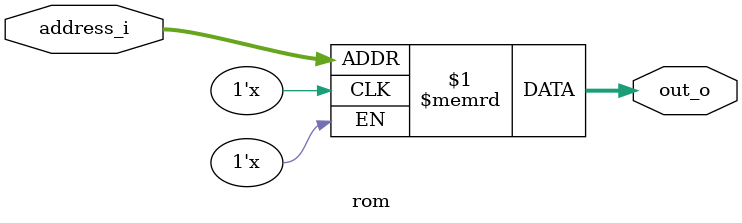
<source format=v>

module rom (address_i,  
            out_o );

  input [7:0] address_i;
  output [7:0] out_o;  
  reg [7:0] mem [0:255];
  
  //output is not clocked, always reflects current memory addresses
  assign out_o=mem[address_i];

endmodule



</source>
